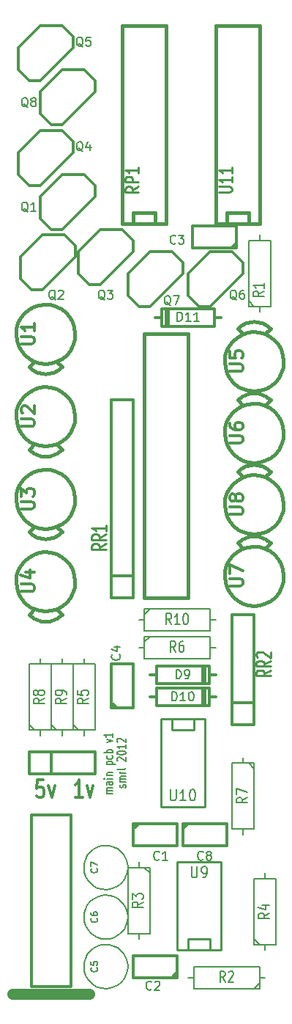
<source format=gto>
G04 (created by PCBNEW-RS274X (2012-01-19 BZR 3256)-stable) date 12/6/2012 11:00:23 PM*
G01*
G70*
G90*
%MOIN*%
G04 Gerber Fmt 3.4, Leading zero omitted, Abs format*
%FSLAX34Y34*%
G04 APERTURE LIST*
%ADD10C,0.006000*%
%ADD11C,0.007500*%
%ADD12C,0.012000*%
%ADD13C,0.050000*%
%ADD14C,0.005000*%
%ADD15C,0.015000*%
%ADD16C,0.010000*%
%ADD17C,0.008000*%
%ADD18C,0.010700*%
%ADD19C,0.011300*%
G04 APERTURE END LIST*
G54D10*
G54D11*
X24562Y-67882D02*
X24295Y-67882D01*
X24333Y-67882D02*
X24314Y-67867D01*
X24295Y-67839D01*
X24295Y-67796D01*
X24314Y-67767D01*
X24352Y-67753D01*
X24562Y-67753D01*
X24352Y-67753D02*
X24314Y-67739D01*
X24295Y-67710D01*
X24295Y-67667D01*
X24314Y-67639D01*
X24352Y-67624D01*
X24562Y-67624D01*
X24562Y-67353D02*
X24352Y-67353D01*
X24314Y-67367D01*
X24295Y-67396D01*
X24295Y-67453D01*
X24314Y-67482D01*
X24543Y-67353D02*
X24562Y-67382D01*
X24562Y-67453D01*
X24543Y-67482D01*
X24505Y-67496D01*
X24467Y-67496D01*
X24429Y-67482D01*
X24410Y-67453D01*
X24410Y-67382D01*
X24390Y-67353D01*
X24562Y-67211D02*
X24295Y-67211D01*
X24162Y-67211D02*
X24181Y-67225D01*
X24200Y-67211D01*
X24181Y-67196D01*
X24162Y-67211D01*
X24200Y-67211D01*
X24295Y-67068D02*
X24562Y-67068D01*
X24333Y-67068D02*
X24314Y-67053D01*
X24295Y-67025D01*
X24295Y-66982D01*
X24314Y-66953D01*
X24352Y-66939D01*
X24562Y-66939D01*
X24295Y-66568D02*
X24695Y-66568D01*
X24314Y-66568D02*
X24295Y-66539D01*
X24295Y-66482D01*
X24314Y-66453D01*
X24333Y-66439D01*
X24371Y-66425D01*
X24486Y-66425D01*
X24524Y-66439D01*
X24543Y-66453D01*
X24562Y-66482D01*
X24562Y-66539D01*
X24543Y-66568D01*
X24543Y-66168D02*
X24562Y-66197D01*
X24562Y-66254D01*
X24543Y-66282D01*
X24524Y-66297D01*
X24486Y-66311D01*
X24371Y-66311D01*
X24333Y-66297D01*
X24314Y-66282D01*
X24295Y-66254D01*
X24295Y-66197D01*
X24314Y-66168D01*
X24562Y-66040D02*
X24162Y-66040D01*
X24314Y-66040D02*
X24295Y-66011D01*
X24295Y-65954D01*
X24314Y-65925D01*
X24333Y-65911D01*
X24371Y-65897D01*
X24486Y-65897D01*
X24524Y-65911D01*
X24543Y-65925D01*
X24562Y-65954D01*
X24562Y-66011D01*
X24543Y-66040D01*
X24295Y-65568D02*
X24562Y-65497D01*
X24295Y-65425D01*
X24562Y-65153D02*
X24562Y-65325D01*
X24562Y-65239D02*
X24162Y-65239D01*
X24219Y-65268D01*
X24257Y-65296D01*
X24276Y-65325D01*
G54D12*
X23193Y-68074D02*
X22850Y-68074D01*
X23022Y-68074D02*
X23022Y-67274D01*
X22965Y-67388D01*
X22907Y-67464D01*
X22850Y-67502D01*
X23393Y-67540D02*
X23536Y-68074D01*
X23678Y-67540D01*
X21415Y-67274D02*
X21129Y-67274D01*
X21100Y-67655D01*
X21129Y-67617D01*
X21186Y-67579D01*
X21329Y-67579D01*
X21386Y-67617D01*
X21415Y-67655D01*
X21443Y-67731D01*
X21443Y-67921D01*
X21415Y-67998D01*
X21386Y-68036D01*
X21329Y-68074D01*
X21186Y-68074D01*
X21129Y-68036D01*
X21100Y-67998D01*
X21643Y-67540D02*
X21786Y-68074D01*
X21928Y-67540D01*
G54D13*
X20000Y-77000D02*
X23500Y-77000D01*
G54D11*
X25143Y-67622D02*
X25162Y-67593D01*
X25162Y-67536D01*
X25143Y-67508D01*
X25105Y-67493D01*
X25086Y-67493D01*
X25048Y-67508D01*
X25029Y-67536D01*
X25029Y-67579D01*
X25010Y-67608D01*
X24971Y-67622D01*
X24952Y-67622D01*
X24914Y-67608D01*
X24895Y-67579D01*
X24895Y-67536D01*
X24914Y-67508D01*
X25162Y-67365D02*
X24895Y-67365D01*
X24933Y-67365D02*
X24914Y-67350D01*
X24895Y-67322D01*
X24895Y-67279D01*
X24914Y-67250D01*
X24952Y-67236D01*
X25162Y-67236D01*
X24952Y-67236D02*
X24914Y-67222D01*
X24895Y-67193D01*
X24895Y-67150D01*
X24914Y-67122D01*
X24952Y-67107D01*
X25162Y-67107D01*
X25162Y-66965D02*
X24895Y-66965D01*
X24971Y-66965D02*
X24933Y-66950D01*
X24914Y-66936D01*
X24895Y-66907D01*
X24895Y-66879D01*
X25162Y-66736D02*
X25143Y-66764D01*
X25105Y-66779D01*
X24762Y-66779D01*
X24800Y-66407D02*
X24781Y-66393D01*
X24762Y-66364D01*
X24762Y-66293D01*
X24781Y-66264D01*
X24800Y-66250D01*
X24838Y-66235D01*
X24876Y-66235D01*
X24933Y-66250D01*
X25162Y-66421D01*
X25162Y-66235D01*
X24762Y-66049D02*
X24762Y-66021D01*
X24781Y-65992D01*
X24800Y-65978D01*
X24838Y-65964D01*
X24914Y-65949D01*
X25010Y-65949D01*
X25086Y-65964D01*
X25124Y-65978D01*
X25143Y-65992D01*
X25162Y-66021D01*
X25162Y-66049D01*
X25143Y-66078D01*
X25124Y-66092D01*
X25086Y-66107D01*
X25010Y-66121D01*
X24914Y-66121D01*
X24838Y-66107D01*
X24800Y-66092D01*
X24781Y-66078D01*
X24762Y-66049D01*
X25162Y-65663D02*
X25162Y-65835D01*
X25162Y-65749D02*
X24762Y-65749D01*
X24819Y-65778D01*
X24857Y-65806D01*
X24876Y-65835D01*
X24800Y-65549D02*
X24781Y-65535D01*
X24762Y-65506D01*
X24762Y-65435D01*
X24781Y-65406D01*
X24800Y-65392D01*
X24838Y-65377D01*
X24876Y-65377D01*
X24933Y-65392D01*
X25162Y-65563D01*
X25162Y-65377D01*
G54D12*
X24000Y-44750D02*
X25500Y-43250D01*
X25500Y-43250D02*
X25500Y-42750D01*
X25500Y-42750D02*
X25000Y-42250D01*
X25000Y-42250D02*
X24000Y-42250D01*
X24000Y-42250D02*
X23000Y-43250D01*
X23000Y-43250D02*
X23000Y-44250D01*
X23000Y-44250D02*
X23500Y-44750D01*
X23500Y-44750D02*
X24000Y-44750D01*
X21250Y-40250D02*
X22750Y-38750D01*
X22750Y-38750D02*
X22750Y-38250D01*
X22750Y-38250D02*
X22250Y-37750D01*
X22250Y-37750D02*
X21250Y-37750D01*
X21250Y-37750D02*
X20250Y-38750D01*
X20250Y-38750D02*
X20250Y-39750D01*
X20250Y-39750D02*
X20750Y-40250D01*
X20750Y-40250D02*
X21250Y-40250D01*
X21250Y-35500D02*
X22750Y-34000D01*
X22750Y-34000D02*
X22750Y-33500D01*
X22750Y-33500D02*
X22250Y-33000D01*
X22250Y-33000D02*
X21250Y-33000D01*
X21250Y-33000D02*
X20250Y-34000D01*
X20250Y-34000D02*
X20250Y-35000D01*
X20250Y-35000D02*
X20750Y-35500D01*
X20750Y-35500D02*
X21250Y-35500D01*
X29000Y-45750D02*
X30500Y-44250D01*
X30500Y-44250D02*
X30500Y-43750D01*
X30500Y-43750D02*
X30000Y-43250D01*
X30000Y-43250D02*
X29000Y-43250D01*
X29000Y-43250D02*
X28000Y-44250D01*
X28000Y-44250D02*
X28000Y-45250D01*
X28000Y-45250D02*
X28500Y-45750D01*
X28500Y-45750D02*
X29000Y-45750D01*
X26250Y-45750D02*
X27750Y-44250D01*
X27750Y-44250D02*
X27750Y-43750D01*
X27750Y-43750D02*
X27250Y-43250D01*
X27250Y-43250D02*
X26250Y-43250D01*
X26250Y-43250D02*
X25250Y-44250D01*
X25250Y-44250D02*
X25250Y-45250D01*
X25250Y-45250D02*
X25750Y-45750D01*
X25750Y-45750D02*
X26250Y-45750D01*
X22250Y-37500D02*
X23750Y-36000D01*
X23750Y-36000D02*
X23750Y-35500D01*
X23750Y-35500D02*
X23250Y-35000D01*
X23250Y-35000D02*
X22250Y-35000D01*
X22250Y-35000D02*
X21250Y-36000D01*
X21250Y-36000D02*
X21250Y-37000D01*
X21250Y-37000D02*
X21750Y-37500D01*
X21750Y-37500D02*
X22250Y-37500D01*
X21350Y-45000D02*
X22850Y-43500D01*
X22850Y-43500D02*
X22850Y-43000D01*
X22850Y-43000D02*
X22350Y-42500D01*
X22350Y-42500D02*
X21350Y-42500D01*
X21350Y-42500D02*
X20350Y-43500D01*
X20350Y-43500D02*
X20350Y-44500D01*
X20350Y-44500D02*
X20850Y-45000D01*
X20850Y-45000D02*
X21350Y-45000D01*
X22250Y-42250D02*
X23750Y-40750D01*
X23750Y-40750D02*
X23750Y-40250D01*
X23750Y-40250D02*
X23250Y-39750D01*
X23250Y-39750D02*
X22250Y-39750D01*
X22250Y-39750D02*
X21250Y-40750D01*
X21250Y-40750D02*
X21250Y-41750D01*
X21250Y-41750D02*
X21750Y-42250D01*
X21750Y-42250D02*
X22250Y-42250D01*
X24500Y-50000D02*
X25500Y-50000D01*
X25500Y-50000D02*
X25500Y-59000D01*
X25500Y-59000D02*
X24500Y-59000D01*
X24500Y-50000D02*
X24500Y-59000D01*
X24500Y-58000D02*
X25500Y-58000D01*
X31000Y-64750D02*
X30000Y-64750D01*
X30000Y-64750D02*
X30000Y-59750D01*
X30000Y-59750D02*
X31000Y-59750D01*
X31000Y-59750D02*
X31000Y-64750D01*
X31000Y-63750D02*
X30000Y-63750D01*
X20750Y-67000D02*
X20750Y-66000D01*
X20750Y-66000D02*
X23750Y-66000D01*
X23750Y-66000D02*
X23750Y-67000D01*
X23750Y-67000D02*
X20750Y-67000D01*
X21750Y-66000D02*
X21750Y-67000D01*
G54D14*
X22000Y-65000D02*
X22750Y-65000D01*
X22750Y-65000D02*
X22750Y-62000D01*
X22750Y-62000D02*
X21750Y-62000D01*
X21750Y-62000D02*
X21750Y-65000D01*
X21750Y-65000D02*
X22000Y-65000D01*
X22250Y-65250D02*
X22250Y-65000D01*
X22250Y-62000D02*
X22250Y-61750D01*
X22000Y-65000D02*
X21750Y-64750D01*
X31000Y-45750D02*
X31750Y-45750D01*
X31750Y-45750D02*
X31750Y-42750D01*
X31750Y-42750D02*
X30750Y-42750D01*
X30750Y-42750D02*
X30750Y-45750D01*
X30750Y-45750D02*
X31000Y-45750D01*
X31250Y-46000D02*
X31250Y-45750D01*
X31250Y-42750D02*
X31250Y-42500D01*
X31000Y-45750D02*
X30750Y-45500D01*
X31250Y-76500D02*
X31250Y-75750D01*
X31250Y-75750D02*
X28250Y-75750D01*
X28250Y-75750D02*
X28250Y-76750D01*
X28250Y-76750D02*
X31250Y-76750D01*
X31250Y-76750D02*
X31250Y-76500D01*
X31500Y-76250D02*
X31250Y-76250D01*
X28250Y-76250D02*
X28000Y-76250D01*
X31250Y-76500D02*
X31000Y-76750D01*
X26000Y-71250D02*
X25250Y-71250D01*
X25250Y-71250D02*
X25250Y-74250D01*
X25250Y-74250D02*
X26250Y-74250D01*
X26250Y-74250D02*
X26250Y-71250D01*
X26250Y-71250D02*
X26000Y-71250D01*
X25750Y-71000D02*
X25750Y-71250D01*
X25750Y-74250D02*
X25750Y-74500D01*
X26000Y-71250D02*
X26250Y-71500D01*
X31250Y-74750D02*
X32000Y-74750D01*
X32000Y-74750D02*
X32000Y-71750D01*
X32000Y-71750D02*
X31000Y-71750D01*
X31000Y-71750D02*
X31000Y-74750D01*
X31000Y-74750D02*
X31250Y-74750D01*
X31500Y-75000D02*
X31500Y-74750D01*
X31500Y-71750D02*
X31500Y-71500D01*
X31250Y-74750D02*
X31000Y-74500D01*
X21000Y-65000D02*
X21750Y-65000D01*
X21750Y-65000D02*
X21750Y-62000D01*
X21750Y-62000D02*
X20750Y-62000D01*
X20750Y-62000D02*
X20750Y-65000D01*
X20750Y-65000D02*
X21000Y-65000D01*
X21250Y-65250D02*
X21250Y-65000D01*
X21250Y-62000D02*
X21250Y-61750D01*
X21000Y-65000D02*
X20750Y-64750D01*
X26000Y-59750D02*
X26000Y-60500D01*
X26000Y-60500D02*
X29000Y-60500D01*
X29000Y-60500D02*
X29000Y-59500D01*
X29000Y-59500D02*
X26000Y-59500D01*
X26000Y-59500D02*
X26000Y-59750D01*
X25750Y-60000D02*
X26000Y-60000D01*
X29000Y-60000D02*
X29250Y-60000D01*
X26000Y-59750D02*
X26250Y-59500D01*
X23000Y-65000D02*
X23750Y-65000D01*
X23750Y-65000D02*
X23750Y-62000D01*
X23750Y-62000D02*
X22750Y-62000D01*
X22750Y-62000D02*
X22750Y-65000D01*
X22750Y-65000D02*
X23000Y-65000D01*
X23250Y-65250D02*
X23250Y-65000D01*
X23250Y-62000D02*
X23250Y-61750D01*
X23000Y-65000D02*
X22750Y-64750D01*
X26000Y-61000D02*
X26000Y-61750D01*
X26000Y-61750D02*
X29000Y-61750D01*
X29000Y-61750D02*
X29000Y-60750D01*
X29000Y-60750D02*
X26000Y-60750D01*
X26000Y-60750D02*
X26000Y-61000D01*
X25750Y-61250D02*
X26000Y-61250D01*
X29000Y-61250D02*
X29250Y-61250D01*
X26000Y-61000D02*
X26250Y-60750D01*
X30750Y-66500D02*
X30000Y-66500D01*
X30000Y-66500D02*
X30000Y-69500D01*
X30000Y-69500D02*
X31000Y-69500D01*
X31000Y-69500D02*
X31000Y-66500D01*
X31000Y-66500D02*
X30750Y-66500D01*
X30500Y-66250D02*
X30500Y-66500D01*
X30500Y-69500D02*
X30500Y-69750D01*
X30750Y-66500D02*
X31000Y-66750D01*
G54D12*
X22650Y-76650D02*
X20850Y-76650D01*
X20850Y-76650D02*
X20850Y-68850D01*
X20850Y-68850D02*
X22650Y-68850D01*
X22650Y-68850D02*
X22650Y-76650D01*
G54D15*
X28000Y-47000D02*
X26000Y-47000D01*
X26000Y-47000D02*
X26000Y-59000D01*
X26000Y-59000D02*
X28000Y-59000D01*
X28000Y-59000D02*
X28000Y-47000D01*
G54D16*
X28000Y-75000D02*
X28000Y-74500D01*
X28000Y-74500D02*
X29000Y-74500D01*
X29000Y-74500D02*
X29000Y-75000D01*
X27500Y-75000D02*
X27500Y-71000D01*
X27500Y-71000D02*
X29500Y-71000D01*
X29500Y-71000D02*
X29500Y-75000D01*
X29500Y-75000D02*
X27500Y-75000D01*
X28250Y-64500D02*
X28250Y-65000D01*
X28250Y-65000D02*
X27250Y-65000D01*
X27250Y-65000D02*
X27250Y-64500D01*
X28750Y-64500D02*
X28750Y-68500D01*
X28750Y-68500D02*
X26750Y-68500D01*
X26750Y-68500D02*
X26750Y-64500D01*
X26750Y-64500D02*
X28750Y-64500D01*
G54D15*
X29750Y-42000D02*
X29750Y-42000D01*
X29750Y-42000D02*
X29750Y-41500D01*
X29750Y-41500D02*
X30750Y-41500D01*
X30750Y-41500D02*
X30750Y-42000D01*
X29250Y-42000D02*
X29250Y-33000D01*
X29250Y-33000D02*
X31250Y-33000D01*
X31250Y-33000D02*
X31250Y-42000D01*
X31250Y-42000D02*
X29250Y-42000D01*
X25500Y-42000D02*
X25500Y-42000D01*
X25500Y-42000D02*
X25500Y-41500D01*
X25500Y-41500D02*
X26500Y-41500D01*
X26500Y-41500D02*
X26500Y-42000D01*
X25000Y-42000D02*
X25000Y-33000D01*
X25000Y-33000D02*
X27000Y-33000D01*
X27000Y-33000D02*
X27000Y-42000D01*
X27000Y-42000D02*
X25000Y-42000D01*
G54D12*
X26500Y-46250D02*
X26800Y-46250D01*
X26800Y-46250D02*
X26800Y-46650D01*
X26800Y-46650D02*
X29200Y-46650D01*
X29200Y-46650D02*
X29200Y-46250D01*
X29200Y-46250D02*
X29500Y-46250D01*
X29200Y-46250D02*
X29200Y-45850D01*
X29200Y-45850D02*
X26800Y-45850D01*
X26800Y-45850D02*
X26800Y-46250D01*
X27000Y-46650D02*
X27000Y-45850D01*
X27100Y-45850D02*
X27100Y-46650D01*
X29250Y-63500D02*
X28950Y-63500D01*
X28950Y-63500D02*
X28950Y-63100D01*
X28950Y-63100D02*
X26550Y-63100D01*
X26550Y-63100D02*
X26550Y-63500D01*
X26550Y-63500D02*
X26250Y-63500D01*
X26550Y-63500D02*
X26550Y-63900D01*
X26550Y-63900D02*
X28950Y-63900D01*
X28950Y-63900D02*
X28950Y-63500D01*
X28750Y-63100D02*
X28750Y-63900D01*
X28650Y-63900D02*
X28650Y-63100D01*
X29250Y-62500D02*
X28950Y-62500D01*
X28950Y-62500D02*
X28950Y-62100D01*
X28950Y-62100D02*
X26550Y-62100D01*
X26550Y-62100D02*
X26550Y-62500D01*
X26550Y-62500D02*
X26250Y-62500D01*
X26550Y-62500D02*
X26550Y-62900D01*
X26550Y-62900D02*
X28950Y-62900D01*
X28950Y-62900D02*
X28950Y-62500D01*
X28750Y-62100D02*
X28750Y-62900D01*
X28650Y-62900D02*
X28650Y-62100D01*
G54D14*
X25251Y-71250D02*
X25231Y-71444D01*
X25175Y-71631D01*
X25083Y-71803D01*
X24960Y-71955D01*
X24809Y-72079D01*
X24637Y-72172D01*
X24451Y-72230D01*
X24256Y-72250D01*
X24063Y-72233D01*
X23876Y-72178D01*
X23702Y-72087D01*
X23550Y-71965D01*
X23425Y-71815D01*
X23330Y-71644D01*
X23271Y-71458D01*
X23250Y-71263D01*
X23266Y-71070D01*
X23320Y-70882D01*
X23409Y-70708D01*
X23530Y-70555D01*
X23679Y-70429D01*
X23850Y-70333D01*
X24036Y-70273D01*
X24230Y-70250D01*
X24423Y-70265D01*
X24611Y-70317D01*
X24786Y-70405D01*
X24940Y-70526D01*
X25067Y-70673D01*
X25164Y-70843D01*
X25226Y-71029D01*
X25250Y-71223D01*
X25251Y-71250D01*
X25251Y-73500D02*
X25231Y-73694D01*
X25175Y-73881D01*
X25083Y-74053D01*
X24960Y-74205D01*
X24809Y-74329D01*
X24637Y-74422D01*
X24451Y-74480D01*
X24256Y-74500D01*
X24063Y-74483D01*
X23876Y-74428D01*
X23702Y-74337D01*
X23550Y-74215D01*
X23425Y-74065D01*
X23330Y-73894D01*
X23271Y-73708D01*
X23250Y-73513D01*
X23266Y-73320D01*
X23320Y-73132D01*
X23409Y-72958D01*
X23530Y-72805D01*
X23679Y-72679D01*
X23850Y-72583D01*
X24036Y-72523D01*
X24230Y-72500D01*
X24423Y-72515D01*
X24611Y-72567D01*
X24786Y-72655D01*
X24940Y-72776D01*
X25067Y-72923D01*
X25164Y-73093D01*
X25226Y-73279D01*
X25250Y-73473D01*
X25251Y-73500D01*
X25251Y-75750D02*
X25231Y-75944D01*
X25175Y-76131D01*
X25083Y-76303D01*
X24960Y-76455D01*
X24809Y-76579D01*
X24637Y-76672D01*
X24451Y-76730D01*
X24256Y-76750D01*
X24063Y-76733D01*
X23876Y-76678D01*
X23702Y-76587D01*
X23550Y-76465D01*
X23425Y-76315D01*
X23330Y-76144D01*
X23271Y-75958D01*
X23250Y-75763D01*
X23266Y-75570D01*
X23320Y-75382D01*
X23409Y-75208D01*
X23530Y-75055D01*
X23679Y-74929D01*
X23850Y-74833D01*
X24036Y-74773D01*
X24230Y-74750D01*
X24423Y-74765D01*
X24611Y-74817D01*
X24786Y-74905D01*
X24940Y-75026D01*
X25067Y-75173D01*
X25164Y-75343D01*
X25226Y-75529D01*
X25250Y-75723D01*
X25251Y-75750D01*
G54D12*
X27770Y-69250D02*
X29750Y-69250D01*
X29750Y-69250D02*
X29750Y-70250D01*
X29750Y-70250D02*
X27750Y-70250D01*
X27750Y-70250D02*
X27750Y-69250D01*
X27750Y-69500D02*
X28000Y-69250D01*
X24500Y-63980D02*
X24500Y-62000D01*
X24500Y-62000D02*
X25500Y-62000D01*
X25500Y-62000D02*
X25500Y-64000D01*
X25500Y-64000D02*
X24500Y-64000D01*
X24750Y-64000D02*
X24500Y-63750D01*
X30180Y-43100D02*
X28200Y-43100D01*
X28200Y-43100D02*
X28200Y-42100D01*
X28200Y-42100D02*
X30200Y-42100D01*
X30200Y-42100D02*
X30200Y-43100D01*
X30200Y-42850D02*
X29950Y-43100D01*
X27480Y-76250D02*
X25500Y-76250D01*
X25500Y-76250D02*
X25500Y-75250D01*
X25500Y-75250D02*
X27500Y-75250D01*
X27500Y-75250D02*
X27500Y-76250D01*
X27500Y-76000D02*
X27250Y-76250D01*
X25520Y-69250D02*
X27500Y-69250D01*
X27500Y-69250D02*
X27500Y-70250D01*
X27500Y-70250D02*
X25500Y-70250D01*
X25500Y-70250D02*
X25500Y-69250D01*
X25500Y-69500D02*
X25750Y-69250D01*
G54D15*
X31750Y-53250D02*
X31500Y-53500D01*
X30250Y-53250D02*
X30500Y-53500D01*
X31749Y-53251D02*
X31681Y-53188D01*
X31607Y-53132D01*
X31530Y-53083D01*
X31447Y-53040D01*
X31362Y-53004D01*
X31274Y-52977D01*
X31184Y-52957D01*
X31092Y-52945D01*
X31000Y-52940D01*
X30908Y-52945D01*
X30816Y-52957D01*
X30726Y-52977D01*
X30638Y-53004D01*
X30553Y-53040D01*
X30471Y-53083D01*
X30393Y-53132D01*
X30319Y-53188D01*
X30251Y-53251D01*
X32346Y-54750D02*
X32320Y-55011D01*
X32244Y-55262D01*
X32121Y-55494D01*
X31955Y-55698D01*
X31752Y-55865D01*
X31521Y-55990D01*
X31270Y-56068D01*
X31009Y-56095D01*
X30748Y-56072D01*
X30496Y-55997D01*
X30263Y-55876D01*
X30059Y-55711D01*
X29890Y-55510D01*
X29763Y-55280D01*
X29684Y-55029D01*
X29655Y-54768D01*
X29677Y-54508D01*
X29749Y-54255D01*
X29869Y-54021D01*
X30032Y-53815D01*
X30232Y-53645D01*
X30462Y-53517D01*
X30711Y-53436D01*
X30972Y-53405D01*
X31233Y-53425D01*
X31486Y-53496D01*
X31721Y-53614D01*
X31928Y-53776D01*
X32099Y-53975D01*
X32229Y-54203D01*
X32312Y-54452D01*
X32345Y-54713D01*
X32346Y-54750D01*
X31750Y-56500D02*
X31500Y-56750D01*
X30250Y-56500D02*
X30500Y-56750D01*
X31749Y-56501D02*
X31681Y-56438D01*
X31607Y-56382D01*
X31530Y-56333D01*
X31447Y-56290D01*
X31362Y-56254D01*
X31274Y-56227D01*
X31184Y-56207D01*
X31092Y-56195D01*
X31000Y-56190D01*
X30908Y-56195D01*
X30816Y-56207D01*
X30726Y-56227D01*
X30638Y-56254D01*
X30553Y-56290D01*
X30471Y-56333D01*
X30393Y-56382D01*
X30319Y-56438D01*
X30251Y-56501D01*
X32346Y-58000D02*
X32320Y-58261D01*
X32244Y-58512D01*
X32121Y-58744D01*
X31955Y-58948D01*
X31752Y-59115D01*
X31521Y-59240D01*
X31270Y-59318D01*
X31009Y-59345D01*
X30748Y-59322D01*
X30496Y-59247D01*
X30263Y-59126D01*
X30059Y-58961D01*
X29890Y-58760D01*
X29763Y-58530D01*
X29684Y-58279D01*
X29655Y-58018D01*
X29677Y-57758D01*
X29749Y-57505D01*
X29869Y-57271D01*
X30032Y-57065D01*
X30232Y-56895D01*
X30462Y-56767D01*
X30711Y-56686D01*
X30972Y-56655D01*
X31233Y-56675D01*
X31486Y-56746D01*
X31721Y-56864D01*
X31928Y-57026D01*
X32099Y-57225D01*
X32229Y-57453D01*
X32312Y-57702D01*
X32345Y-57963D01*
X32346Y-58000D01*
X20750Y-59750D02*
X21000Y-59500D01*
X22250Y-59750D02*
X22000Y-59500D01*
X20751Y-59749D02*
X20819Y-59812D01*
X20893Y-59868D01*
X20971Y-59917D01*
X21053Y-59960D01*
X21138Y-59996D01*
X21226Y-60023D01*
X21316Y-60043D01*
X21408Y-60055D01*
X21500Y-60060D01*
X21592Y-60055D01*
X21684Y-60043D01*
X21774Y-60023D01*
X21862Y-59996D01*
X21947Y-59960D01*
X22030Y-59917D01*
X22107Y-59868D01*
X22181Y-59812D01*
X22249Y-59749D01*
X22846Y-58250D02*
X22820Y-58511D01*
X22744Y-58762D01*
X22621Y-58994D01*
X22455Y-59198D01*
X22252Y-59365D01*
X22021Y-59490D01*
X21770Y-59568D01*
X21509Y-59595D01*
X21248Y-59572D01*
X20996Y-59497D01*
X20763Y-59376D01*
X20559Y-59211D01*
X20390Y-59010D01*
X20263Y-58780D01*
X20184Y-58529D01*
X20155Y-58268D01*
X20177Y-58008D01*
X20249Y-57755D01*
X20369Y-57521D01*
X20532Y-57315D01*
X20732Y-57145D01*
X20962Y-57017D01*
X21211Y-56936D01*
X21472Y-56905D01*
X21733Y-56925D01*
X21986Y-56996D01*
X22221Y-57114D01*
X22428Y-57276D01*
X22599Y-57475D01*
X22729Y-57703D01*
X22812Y-57952D01*
X22845Y-58213D01*
X22846Y-58250D01*
X20750Y-48500D02*
X21000Y-48250D01*
X22250Y-48500D02*
X22000Y-48250D01*
X20751Y-48499D02*
X20819Y-48562D01*
X20893Y-48618D01*
X20971Y-48667D01*
X21053Y-48710D01*
X21138Y-48746D01*
X21226Y-48773D01*
X21316Y-48793D01*
X21408Y-48805D01*
X21500Y-48810D01*
X21592Y-48805D01*
X21684Y-48793D01*
X21774Y-48773D01*
X21862Y-48746D01*
X21947Y-48710D01*
X22030Y-48667D01*
X22107Y-48618D01*
X22181Y-48562D01*
X22249Y-48499D01*
X22846Y-47000D02*
X22820Y-47261D01*
X22744Y-47512D01*
X22621Y-47744D01*
X22455Y-47948D01*
X22252Y-48115D01*
X22021Y-48240D01*
X21770Y-48318D01*
X21509Y-48345D01*
X21248Y-48322D01*
X20996Y-48247D01*
X20763Y-48126D01*
X20559Y-47961D01*
X20390Y-47760D01*
X20263Y-47530D01*
X20184Y-47279D01*
X20155Y-47018D01*
X20177Y-46758D01*
X20249Y-46505D01*
X20369Y-46271D01*
X20532Y-46065D01*
X20732Y-45895D01*
X20962Y-45767D01*
X21211Y-45686D01*
X21472Y-45655D01*
X21733Y-45675D01*
X21986Y-45746D01*
X22221Y-45864D01*
X22428Y-46026D01*
X22599Y-46225D01*
X22729Y-46453D01*
X22812Y-46702D01*
X22845Y-46963D01*
X22846Y-47000D01*
X20750Y-52250D02*
X21000Y-52000D01*
X22250Y-52250D02*
X22000Y-52000D01*
X20751Y-52249D02*
X20819Y-52312D01*
X20893Y-52368D01*
X20971Y-52417D01*
X21053Y-52460D01*
X21138Y-52496D01*
X21226Y-52523D01*
X21316Y-52543D01*
X21408Y-52555D01*
X21500Y-52560D01*
X21592Y-52555D01*
X21684Y-52543D01*
X21774Y-52523D01*
X21862Y-52496D01*
X21947Y-52460D01*
X22030Y-52417D01*
X22107Y-52368D01*
X22181Y-52312D01*
X22249Y-52249D01*
X22846Y-50750D02*
X22820Y-51011D01*
X22744Y-51262D01*
X22621Y-51494D01*
X22455Y-51698D01*
X22252Y-51865D01*
X22021Y-51990D01*
X21770Y-52068D01*
X21509Y-52095D01*
X21248Y-52072D01*
X20996Y-51997D01*
X20763Y-51876D01*
X20559Y-51711D01*
X20390Y-51510D01*
X20263Y-51280D01*
X20184Y-51029D01*
X20155Y-50768D01*
X20177Y-50508D01*
X20249Y-50255D01*
X20369Y-50021D01*
X20532Y-49815D01*
X20732Y-49645D01*
X20962Y-49517D01*
X21211Y-49436D01*
X21472Y-49405D01*
X21733Y-49425D01*
X21986Y-49496D01*
X22221Y-49614D01*
X22428Y-49776D01*
X22599Y-49975D01*
X22729Y-50203D01*
X22812Y-50452D01*
X22845Y-50713D01*
X22846Y-50750D01*
X20750Y-56000D02*
X21000Y-55750D01*
X22250Y-56000D02*
X22000Y-55750D01*
X20751Y-55999D02*
X20819Y-56062D01*
X20893Y-56118D01*
X20971Y-56167D01*
X21053Y-56210D01*
X21138Y-56246D01*
X21226Y-56273D01*
X21316Y-56293D01*
X21408Y-56305D01*
X21500Y-56310D01*
X21592Y-56305D01*
X21684Y-56293D01*
X21774Y-56273D01*
X21862Y-56246D01*
X21947Y-56210D01*
X22030Y-56167D01*
X22107Y-56118D01*
X22181Y-56062D01*
X22249Y-55999D01*
X22846Y-54500D02*
X22820Y-54761D01*
X22744Y-55012D01*
X22621Y-55244D01*
X22455Y-55448D01*
X22252Y-55615D01*
X22021Y-55740D01*
X21770Y-55818D01*
X21509Y-55845D01*
X21248Y-55822D01*
X20996Y-55747D01*
X20763Y-55626D01*
X20559Y-55461D01*
X20390Y-55260D01*
X20263Y-55030D01*
X20184Y-54779D01*
X20155Y-54518D01*
X20177Y-54258D01*
X20249Y-54005D01*
X20369Y-53771D01*
X20532Y-53565D01*
X20732Y-53395D01*
X20962Y-53267D01*
X21211Y-53186D01*
X21472Y-53155D01*
X21733Y-53175D01*
X21986Y-53246D01*
X22221Y-53364D01*
X22428Y-53526D01*
X22599Y-53725D01*
X22729Y-53953D01*
X22812Y-54202D01*
X22845Y-54463D01*
X22846Y-54500D01*
X31750Y-50000D02*
X31500Y-50250D01*
X30250Y-50000D02*
X30500Y-50250D01*
X31749Y-50001D02*
X31681Y-49938D01*
X31607Y-49882D01*
X31530Y-49833D01*
X31447Y-49790D01*
X31362Y-49754D01*
X31274Y-49727D01*
X31184Y-49707D01*
X31092Y-49695D01*
X31000Y-49690D01*
X30908Y-49695D01*
X30816Y-49707D01*
X30726Y-49727D01*
X30638Y-49754D01*
X30553Y-49790D01*
X30471Y-49833D01*
X30393Y-49882D01*
X30319Y-49938D01*
X30251Y-50001D01*
X32346Y-51500D02*
X32320Y-51761D01*
X32244Y-52012D01*
X32121Y-52244D01*
X31955Y-52448D01*
X31752Y-52615D01*
X31521Y-52740D01*
X31270Y-52818D01*
X31009Y-52845D01*
X30748Y-52822D01*
X30496Y-52747D01*
X30263Y-52626D01*
X30059Y-52461D01*
X29890Y-52260D01*
X29763Y-52030D01*
X29684Y-51779D01*
X29655Y-51518D01*
X29677Y-51258D01*
X29749Y-51005D01*
X29869Y-50771D01*
X30032Y-50565D01*
X30232Y-50395D01*
X30462Y-50267D01*
X30711Y-50186D01*
X30972Y-50155D01*
X31233Y-50175D01*
X31486Y-50246D01*
X31721Y-50364D01*
X31928Y-50526D01*
X32099Y-50725D01*
X32229Y-50953D01*
X32312Y-51202D01*
X32345Y-51463D01*
X32346Y-51500D01*
X31750Y-46750D02*
X31500Y-47000D01*
X30250Y-46750D02*
X30500Y-47000D01*
X31749Y-46751D02*
X31681Y-46688D01*
X31607Y-46632D01*
X31530Y-46583D01*
X31447Y-46540D01*
X31362Y-46504D01*
X31274Y-46477D01*
X31184Y-46457D01*
X31092Y-46445D01*
X31000Y-46440D01*
X30908Y-46445D01*
X30816Y-46457D01*
X30726Y-46477D01*
X30638Y-46504D01*
X30553Y-46540D01*
X30471Y-46583D01*
X30393Y-46632D01*
X30319Y-46688D01*
X30251Y-46751D01*
X32346Y-48250D02*
X32320Y-48511D01*
X32244Y-48762D01*
X32121Y-48994D01*
X31955Y-49198D01*
X31752Y-49365D01*
X31521Y-49490D01*
X31270Y-49568D01*
X31009Y-49595D01*
X30748Y-49572D01*
X30496Y-49497D01*
X30263Y-49376D01*
X30059Y-49211D01*
X29890Y-49010D01*
X29763Y-48780D01*
X29684Y-48529D01*
X29655Y-48268D01*
X29677Y-48008D01*
X29749Y-47755D01*
X29869Y-47521D01*
X30032Y-47315D01*
X30232Y-47145D01*
X30462Y-47017D01*
X30711Y-46936D01*
X30972Y-46905D01*
X31233Y-46925D01*
X31486Y-46996D01*
X31721Y-47114D01*
X31928Y-47276D01*
X32099Y-47475D01*
X32229Y-47703D01*
X32312Y-47952D01*
X32345Y-48213D01*
X32346Y-48250D01*
G54D17*
X24212Y-45450D02*
X24174Y-45431D01*
X24136Y-45393D01*
X24079Y-45336D01*
X24040Y-45317D01*
X24002Y-45317D01*
X24021Y-45412D02*
X23983Y-45393D01*
X23945Y-45355D01*
X23926Y-45279D01*
X23926Y-45145D01*
X23945Y-45069D01*
X23983Y-45031D01*
X24021Y-45012D01*
X24098Y-45012D01*
X24136Y-45031D01*
X24174Y-45069D01*
X24193Y-45145D01*
X24193Y-45279D01*
X24174Y-45355D01*
X24136Y-45393D01*
X24098Y-45412D01*
X24021Y-45412D01*
X24326Y-45012D02*
X24574Y-45012D01*
X24440Y-45164D01*
X24498Y-45164D01*
X24536Y-45183D01*
X24555Y-45202D01*
X24574Y-45240D01*
X24574Y-45336D01*
X24555Y-45374D01*
X24536Y-45393D01*
X24498Y-45412D01*
X24383Y-45412D01*
X24345Y-45393D01*
X24326Y-45374D01*
X23212Y-38700D02*
X23174Y-38681D01*
X23136Y-38643D01*
X23079Y-38586D01*
X23040Y-38567D01*
X23002Y-38567D01*
X23021Y-38662D02*
X22983Y-38643D01*
X22945Y-38605D01*
X22926Y-38529D01*
X22926Y-38395D01*
X22945Y-38319D01*
X22983Y-38281D01*
X23021Y-38262D01*
X23098Y-38262D01*
X23136Y-38281D01*
X23174Y-38319D01*
X23193Y-38395D01*
X23193Y-38529D01*
X23174Y-38605D01*
X23136Y-38643D01*
X23098Y-38662D01*
X23021Y-38662D01*
X23536Y-38395D02*
X23536Y-38662D01*
X23440Y-38243D02*
X23345Y-38529D01*
X23593Y-38529D01*
X23212Y-33950D02*
X23174Y-33931D01*
X23136Y-33893D01*
X23079Y-33836D01*
X23040Y-33817D01*
X23002Y-33817D01*
X23021Y-33912D02*
X22983Y-33893D01*
X22945Y-33855D01*
X22926Y-33779D01*
X22926Y-33645D01*
X22945Y-33569D01*
X22983Y-33531D01*
X23021Y-33512D01*
X23098Y-33512D01*
X23136Y-33531D01*
X23174Y-33569D01*
X23193Y-33645D01*
X23193Y-33779D01*
X23174Y-33855D01*
X23136Y-33893D01*
X23098Y-33912D01*
X23021Y-33912D01*
X23555Y-33512D02*
X23364Y-33512D01*
X23345Y-33702D01*
X23364Y-33683D01*
X23402Y-33664D01*
X23498Y-33664D01*
X23536Y-33683D01*
X23555Y-33702D01*
X23574Y-33740D01*
X23574Y-33836D01*
X23555Y-33874D01*
X23536Y-33893D01*
X23498Y-33912D01*
X23402Y-33912D01*
X23364Y-33893D01*
X23345Y-33874D01*
X30212Y-45450D02*
X30174Y-45431D01*
X30136Y-45393D01*
X30079Y-45336D01*
X30040Y-45317D01*
X30002Y-45317D01*
X30021Y-45412D02*
X29983Y-45393D01*
X29945Y-45355D01*
X29926Y-45279D01*
X29926Y-45145D01*
X29945Y-45069D01*
X29983Y-45031D01*
X30021Y-45012D01*
X30098Y-45012D01*
X30136Y-45031D01*
X30174Y-45069D01*
X30193Y-45145D01*
X30193Y-45279D01*
X30174Y-45355D01*
X30136Y-45393D01*
X30098Y-45412D01*
X30021Y-45412D01*
X30536Y-45012D02*
X30459Y-45012D01*
X30421Y-45031D01*
X30402Y-45050D01*
X30364Y-45107D01*
X30345Y-45183D01*
X30345Y-45336D01*
X30364Y-45374D01*
X30383Y-45393D01*
X30421Y-45412D01*
X30498Y-45412D01*
X30536Y-45393D01*
X30555Y-45374D01*
X30574Y-45336D01*
X30574Y-45240D01*
X30555Y-45202D01*
X30536Y-45183D01*
X30498Y-45164D01*
X30421Y-45164D01*
X30383Y-45183D01*
X30364Y-45202D01*
X30345Y-45240D01*
X27212Y-45700D02*
X27174Y-45681D01*
X27136Y-45643D01*
X27079Y-45586D01*
X27040Y-45567D01*
X27002Y-45567D01*
X27021Y-45662D02*
X26983Y-45643D01*
X26945Y-45605D01*
X26926Y-45529D01*
X26926Y-45395D01*
X26945Y-45319D01*
X26983Y-45281D01*
X27021Y-45262D01*
X27098Y-45262D01*
X27136Y-45281D01*
X27174Y-45319D01*
X27193Y-45395D01*
X27193Y-45529D01*
X27174Y-45605D01*
X27136Y-45643D01*
X27098Y-45662D01*
X27021Y-45662D01*
X27326Y-45262D02*
X27593Y-45262D01*
X27421Y-45662D01*
X20712Y-36700D02*
X20674Y-36681D01*
X20636Y-36643D01*
X20579Y-36586D01*
X20540Y-36567D01*
X20502Y-36567D01*
X20521Y-36662D02*
X20483Y-36643D01*
X20445Y-36605D01*
X20426Y-36529D01*
X20426Y-36395D01*
X20445Y-36319D01*
X20483Y-36281D01*
X20521Y-36262D01*
X20598Y-36262D01*
X20636Y-36281D01*
X20674Y-36319D01*
X20693Y-36395D01*
X20693Y-36529D01*
X20674Y-36605D01*
X20636Y-36643D01*
X20598Y-36662D01*
X20521Y-36662D01*
X20921Y-36433D02*
X20883Y-36414D01*
X20864Y-36395D01*
X20845Y-36357D01*
X20845Y-36338D01*
X20864Y-36300D01*
X20883Y-36281D01*
X20921Y-36262D01*
X20998Y-36262D01*
X21036Y-36281D01*
X21055Y-36300D01*
X21074Y-36338D01*
X21074Y-36357D01*
X21055Y-36395D01*
X21036Y-36414D01*
X20998Y-36433D01*
X20921Y-36433D01*
X20883Y-36452D01*
X20864Y-36471D01*
X20845Y-36510D01*
X20845Y-36586D01*
X20864Y-36624D01*
X20883Y-36643D01*
X20921Y-36662D01*
X20998Y-36662D01*
X21036Y-36643D01*
X21055Y-36624D01*
X21074Y-36586D01*
X21074Y-36510D01*
X21055Y-36471D01*
X21036Y-36452D01*
X20998Y-36433D01*
X21962Y-45450D02*
X21924Y-45431D01*
X21886Y-45393D01*
X21829Y-45336D01*
X21790Y-45317D01*
X21752Y-45317D01*
X21771Y-45412D02*
X21733Y-45393D01*
X21695Y-45355D01*
X21676Y-45279D01*
X21676Y-45145D01*
X21695Y-45069D01*
X21733Y-45031D01*
X21771Y-45012D01*
X21848Y-45012D01*
X21886Y-45031D01*
X21924Y-45069D01*
X21943Y-45145D01*
X21943Y-45279D01*
X21924Y-45355D01*
X21886Y-45393D01*
X21848Y-45412D01*
X21771Y-45412D01*
X22095Y-45050D02*
X22114Y-45031D01*
X22152Y-45012D01*
X22248Y-45012D01*
X22286Y-45031D01*
X22305Y-45050D01*
X22324Y-45088D01*
X22324Y-45126D01*
X22305Y-45183D01*
X22076Y-45412D01*
X22324Y-45412D01*
X20712Y-41450D02*
X20674Y-41431D01*
X20636Y-41393D01*
X20579Y-41336D01*
X20540Y-41317D01*
X20502Y-41317D01*
X20521Y-41412D02*
X20483Y-41393D01*
X20445Y-41355D01*
X20426Y-41279D01*
X20426Y-41145D01*
X20445Y-41069D01*
X20483Y-41031D01*
X20521Y-41012D01*
X20598Y-41012D01*
X20636Y-41031D01*
X20674Y-41069D01*
X20693Y-41145D01*
X20693Y-41279D01*
X20674Y-41355D01*
X20636Y-41393D01*
X20598Y-41412D01*
X20521Y-41412D01*
X21074Y-41412D02*
X20845Y-41412D01*
X20959Y-41412D02*
X20959Y-41012D01*
X20921Y-41069D01*
X20883Y-41107D01*
X20845Y-41126D01*
G54D18*
X24275Y-56536D02*
X23951Y-56678D01*
X24275Y-56780D02*
X23594Y-56780D01*
X23594Y-56617D01*
X23627Y-56576D01*
X23659Y-56556D01*
X23724Y-56536D01*
X23821Y-56536D01*
X23886Y-56556D01*
X23918Y-56576D01*
X23951Y-56617D01*
X23951Y-56780D01*
X24275Y-56108D02*
X23951Y-56250D01*
X24275Y-56352D02*
X23594Y-56352D01*
X23594Y-56189D01*
X23627Y-56148D01*
X23659Y-56128D01*
X23724Y-56108D01*
X23821Y-56108D01*
X23886Y-56128D01*
X23918Y-56148D01*
X23951Y-56189D01*
X23951Y-56352D01*
X24275Y-55700D02*
X24275Y-55944D01*
X24275Y-55822D02*
X23594Y-55822D01*
X23691Y-55863D01*
X23756Y-55904D01*
X23789Y-55944D01*
X31775Y-62286D02*
X31451Y-62428D01*
X31775Y-62530D02*
X31094Y-62530D01*
X31094Y-62367D01*
X31127Y-62326D01*
X31159Y-62306D01*
X31224Y-62286D01*
X31321Y-62286D01*
X31386Y-62306D01*
X31418Y-62326D01*
X31451Y-62367D01*
X31451Y-62530D01*
X31775Y-61858D02*
X31451Y-62000D01*
X31775Y-62102D02*
X31094Y-62102D01*
X31094Y-61939D01*
X31127Y-61898D01*
X31159Y-61878D01*
X31224Y-61858D01*
X31321Y-61858D01*
X31386Y-61878D01*
X31418Y-61898D01*
X31451Y-61939D01*
X31451Y-62102D01*
X31159Y-61694D02*
X31127Y-61674D01*
X31094Y-61633D01*
X31094Y-61531D01*
X31127Y-61491D01*
X31159Y-61470D01*
X31224Y-61450D01*
X31289Y-61450D01*
X31386Y-61470D01*
X31775Y-61715D01*
X31775Y-61450D01*
G54D10*
X22452Y-63566D02*
X22214Y-63700D01*
X22452Y-63795D02*
X21952Y-63795D01*
X21952Y-63642D01*
X21976Y-63604D01*
X22000Y-63585D01*
X22048Y-63566D01*
X22119Y-63566D01*
X22167Y-63585D01*
X22190Y-63604D01*
X22214Y-63642D01*
X22214Y-63795D01*
X22452Y-63376D02*
X22452Y-63300D01*
X22429Y-63261D01*
X22405Y-63242D01*
X22333Y-63204D01*
X22238Y-63185D01*
X22048Y-63185D01*
X22000Y-63204D01*
X21976Y-63223D01*
X21952Y-63261D01*
X21952Y-63338D01*
X21976Y-63376D01*
X22000Y-63395D01*
X22048Y-63414D01*
X22167Y-63414D01*
X22214Y-63395D01*
X22238Y-63376D01*
X22262Y-63338D01*
X22262Y-63261D01*
X22238Y-63223D01*
X22214Y-63204D01*
X22167Y-63185D01*
X31452Y-45066D02*
X31214Y-45200D01*
X31452Y-45295D02*
X30952Y-45295D01*
X30952Y-45142D01*
X30976Y-45104D01*
X31000Y-45085D01*
X31048Y-45066D01*
X31119Y-45066D01*
X31167Y-45085D01*
X31190Y-45104D01*
X31214Y-45142D01*
X31214Y-45295D01*
X31452Y-44685D02*
X31452Y-44914D01*
X31452Y-44800D02*
X30952Y-44800D01*
X31024Y-44838D01*
X31071Y-44876D01*
X31095Y-44914D01*
X29684Y-76452D02*
X29550Y-76214D01*
X29455Y-76452D02*
X29455Y-75952D01*
X29608Y-75952D01*
X29646Y-75976D01*
X29665Y-76000D01*
X29684Y-76048D01*
X29684Y-76119D01*
X29665Y-76167D01*
X29646Y-76190D01*
X29608Y-76214D01*
X29455Y-76214D01*
X29836Y-76000D02*
X29855Y-75976D01*
X29893Y-75952D01*
X29989Y-75952D01*
X30027Y-75976D01*
X30046Y-76000D01*
X30065Y-76048D01*
X30065Y-76095D01*
X30046Y-76167D01*
X29817Y-76452D01*
X30065Y-76452D01*
X25952Y-72816D02*
X25714Y-72950D01*
X25952Y-73045D02*
X25452Y-73045D01*
X25452Y-72892D01*
X25476Y-72854D01*
X25500Y-72835D01*
X25548Y-72816D01*
X25619Y-72816D01*
X25667Y-72835D01*
X25690Y-72854D01*
X25714Y-72892D01*
X25714Y-73045D01*
X25452Y-72683D02*
X25452Y-72435D01*
X25643Y-72569D01*
X25643Y-72511D01*
X25667Y-72473D01*
X25690Y-72454D01*
X25738Y-72435D01*
X25857Y-72435D01*
X25905Y-72454D01*
X25929Y-72473D01*
X25952Y-72511D01*
X25952Y-72626D01*
X25929Y-72664D01*
X25905Y-72683D01*
X31702Y-73316D02*
X31464Y-73450D01*
X31702Y-73545D02*
X31202Y-73545D01*
X31202Y-73392D01*
X31226Y-73354D01*
X31250Y-73335D01*
X31298Y-73316D01*
X31369Y-73316D01*
X31417Y-73335D01*
X31440Y-73354D01*
X31464Y-73392D01*
X31464Y-73545D01*
X31369Y-72973D02*
X31702Y-72973D01*
X31179Y-73069D02*
X31536Y-73164D01*
X31536Y-72916D01*
X21452Y-63566D02*
X21214Y-63700D01*
X21452Y-63795D02*
X20952Y-63795D01*
X20952Y-63642D01*
X20976Y-63604D01*
X21000Y-63585D01*
X21048Y-63566D01*
X21119Y-63566D01*
X21167Y-63585D01*
X21190Y-63604D01*
X21214Y-63642D01*
X21214Y-63795D01*
X21167Y-63338D02*
X21143Y-63376D01*
X21119Y-63395D01*
X21071Y-63414D01*
X21048Y-63414D01*
X21000Y-63395D01*
X20976Y-63376D01*
X20952Y-63338D01*
X20952Y-63261D01*
X20976Y-63223D01*
X21000Y-63204D01*
X21048Y-63185D01*
X21071Y-63185D01*
X21119Y-63204D01*
X21143Y-63223D01*
X21167Y-63261D01*
X21167Y-63338D01*
X21190Y-63376D01*
X21214Y-63395D01*
X21262Y-63414D01*
X21357Y-63414D01*
X21405Y-63395D01*
X21429Y-63376D01*
X21452Y-63338D01*
X21452Y-63261D01*
X21429Y-63223D01*
X21405Y-63204D01*
X21357Y-63185D01*
X21262Y-63185D01*
X21214Y-63204D01*
X21190Y-63223D01*
X21167Y-63261D01*
X27243Y-60202D02*
X27109Y-59964D01*
X27014Y-60202D02*
X27014Y-59702D01*
X27167Y-59702D01*
X27205Y-59726D01*
X27224Y-59750D01*
X27243Y-59798D01*
X27243Y-59869D01*
X27224Y-59917D01*
X27205Y-59940D01*
X27167Y-59964D01*
X27014Y-59964D01*
X27624Y-60202D02*
X27395Y-60202D01*
X27509Y-60202D02*
X27509Y-59702D01*
X27471Y-59774D01*
X27433Y-59821D01*
X27395Y-59845D01*
X27871Y-59702D02*
X27910Y-59702D01*
X27948Y-59726D01*
X27967Y-59750D01*
X27986Y-59798D01*
X28005Y-59893D01*
X28005Y-60012D01*
X27986Y-60107D01*
X27967Y-60155D01*
X27948Y-60179D01*
X27910Y-60202D01*
X27871Y-60202D01*
X27833Y-60179D01*
X27814Y-60155D01*
X27795Y-60107D01*
X27776Y-60012D01*
X27776Y-59893D01*
X27795Y-59798D01*
X27814Y-59750D01*
X27833Y-59726D01*
X27871Y-59702D01*
X23452Y-63566D02*
X23214Y-63700D01*
X23452Y-63795D02*
X22952Y-63795D01*
X22952Y-63642D01*
X22976Y-63604D01*
X23000Y-63585D01*
X23048Y-63566D01*
X23119Y-63566D01*
X23167Y-63585D01*
X23190Y-63604D01*
X23214Y-63642D01*
X23214Y-63795D01*
X22952Y-63204D02*
X22952Y-63395D01*
X23190Y-63414D01*
X23167Y-63395D01*
X23143Y-63357D01*
X23143Y-63261D01*
X23167Y-63223D01*
X23190Y-63204D01*
X23238Y-63185D01*
X23357Y-63185D01*
X23405Y-63204D01*
X23429Y-63223D01*
X23452Y-63261D01*
X23452Y-63357D01*
X23429Y-63395D01*
X23405Y-63414D01*
X27434Y-61452D02*
X27300Y-61214D01*
X27205Y-61452D02*
X27205Y-60952D01*
X27358Y-60952D01*
X27396Y-60976D01*
X27415Y-61000D01*
X27434Y-61048D01*
X27434Y-61119D01*
X27415Y-61167D01*
X27396Y-61190D01*
X27358Y-61214D01*
X27205Y-61214D01*
X27777Y-60952D02*
X27700Y-60952D01*
X27662Y-60976D01*
X27643Y-61000D01*
X27605Y-61071D01*
X27586Y-61167D01*
X27586Y-61357D01*
X27605Y-61405D01*
X27624Y-61429D01*
X27662Y-61452D01*
X27739Y-61452D01*
X27777Y-61429D01*
X27796Y-61405D01*
X27815Y-61357D01*
X27815Y-61238D01*
X27796Y-61190D01*
X27777Y-61167D01*
X27739Y-61143D01*
X27662Y-61143D01*
X27624Y-61167D01*
X27605Y-61190D01*
X27586Y-61238D01*
X30702Y-68066D02*
X30464Y-68200D01*
X30702Y-68295D02*
X30202Y-68295D01*
X30202Y-68142D01*
X30226Y-68104D01*
X30250Y-68085D01*
X30298Y-68066D01*
X30369Y-68066D01*
X30417Y-68085D01*
X30440Y-68104D01*
X30464Y-68142D01*
X30464Y-68295D01*
X30202Y-67933D02*
X30202Y-67666D01*
X30702Y-67838D01*
G54D17*
X28157Y-71202D02*
X28157Y-71607D01*
X28179Y-71655D01*
X28200Y-71679D01*
X28243Y-71702D01*
X28329Y-71702D01*
X28371Y-71679D01*
X28393Y-71655D01*
X28414Y-71607D01*
X28414Y-71202D01*
X28650Y-71702D02*
X28735Y-71702D01*
X28778Y-71679D01*
X28800Y-71655D01*
X28842Y-71583D01*
X28864Y-71488D01*
X28864Y-71298D01*
X28842Y-71250D01*
X28821Y-71226D01*
X28778Y-71202D01*
X28692Y-71202D01*
X28650Y-71226D01*
X28628Y-71250D01*
X28607Y-71298D01*
X28607Y-71417D01*
X28628Y-71464D01*
X28650Y-71488D01*
X28692Y-71512D01*
X28778Y-71512D01*
X28821Y-71488D01*
X28842Y-71464D01*
X28864Y-71417D01*
X27193Y-67702D02*
X27193Y-68107D01*
X27215Y-68155D01*
X27236Y-68179D01*
X27279Y-68202D01*
X27365Y-68202D01*
X27407Y-68179D01*
X27429Y-68155D01*
X27450Y-68107D01*
X27450Y-67702D01*
X27900Y-68202D02*
X27643Y-68202D01*
X27771Y-68202D02*
X27771Y-67702D01*
X27728Y-67774D01*
X27686Y-67821D01*
X27643Y-67845D01*
X28179Y-67702D02*
X28222Y-67702D01*
X28265Y-67726D01*
X28286Y-67750D01*
X28307Y-67798D01*
X28329Y-67893D01*
X28329Y-68012D01*
X28307Y-68107D01*
X28286Y-68155D01*
X28265Y-68179D01*
X28222Y-68202D01*
X28179Y-68202D01*
X28136Y-68179D01*
X28115Y-68155D01*
X28093Y-68107D01*
X28072Y-68012D01*
X28072Y-67893D01*
X28093Y-67798D01*
X28115Y-67750D01*
X28136Y-67726D01*
X28179Y-67702D01*
G54D19*
X29393Y-40557D02*
X29879Y-40557D01*
X29936Y-40535D01*
X29964Y-40514D01*
X29993Y-40471D01*
X29993Y-40385D01*
X29964Y-40343D01*
X29936Y-40321D01*
X29879Y-40300D01*
X29393Y-40300D01*
X29993Y-39850D02*
X29993Y-40107D01*
X29993Y-39979D02*
X29393Y-39979D01*
X29479Y-40022D01*
X29536Y-40064D01*
X29564Y-40107D01*
X29993Y-39421D02*
X29993Y-39678D01*
X29993Y-39550D02*
X29393Y-39550D01*
X29479Y-39593D01*
X29536Y-39635D01*
X29564Y-39678D01*
X25743Y-40300D02*
X25457Y-40450D01*
X25743Y-40557D02*
X25143Y-40557D01*
X25143Y-40385D01*
X25171Y-40343D01*
X25200Y-40321D01*
X25257Y-40300D01*
X25343Y-40300D01*
X25400Y-40321D01*
X25429Y-40343D01*
X25457Y-40385D01*
X25457Y-40557D01*
X25743Y-40107D02*
X25143Y-40107D01*
X25143Y-39935D01*
X25171Y-39893D01*
X25200Y-39871D01*
X25257Y-39850D01*
X25343Y-39850D01*
X25400Y-39871D01*
X25429Y-39893D01*
X25457Y-39935D01*
X25457Y-40107D01*
X25743Y-39421D02*
X25743Y-39678D01*
X25743Y-39550D02*
X25143Y-39550D01*
X25229Y-39593D01*
X25286Y-39635D01*
X25314Y-39678D01*
G54D17*
X27514Y-46412D02*
X27514Y-46012D01*
X27609Y-46012D01*
X27667Y-46031D01*
X27705Y-46069D01*
X27724Y-46107D01*
X27743Y-46183D01*
X27743Y-46240D01*
X27724Y-46317D01*
X27705Y-46355D01*
X27667Y-46393D01*
X27609Y-46412D01*
X27514Y-46412D01*
X28124Y-46412D02*
X27895Y-46412D01*
X28009Y-46412D02*
X28009Y-46012D01*
X27971Y-46069D01*
X27933Y-46107D01*
X27895Y-46126D01*
X28505Y-46412D02*
X28276Y-46412D01*
X28390Y-46412D02*
X28390Y-46012D01*
X28352Y-46069D01*
X28314Y-46107D01*
X28276Y-46126D01*
X27264Y-63662D02*
X27264Y-63262D01*
X27359Y-63262D01*
X27417Y-63281D01*
X27455Y-63319D01*
X27474Y-63357D01*
X27493Y-63433D01*
X27493Y-63490D01*
X27474Y-63567D01*
X27455Y-63605D01*
X27417Y-63643D01*
X27359Y-63662D01*
X27264Y-63662D01*
X27874Y-63662D02*
X27645Y-63662D01*
X27759Y-63662D02*
X27759Y-63262D01*
X27721Y-63319D01*
X27683Y-63357D01*
X27645Y-63376D01*
X28121Y-63262D02*
X28160Y-63262D01*
X28198Y-63281D01*
X28217Y-63300D01*
X28236Y-63338D01*
X28255Y-63414D01*
X28255Y-63510D01*
X28236Y-63586D01*
X28217Y-63624D01*
X28198Y-63643D01*
X28160Y-63662D01*
X28121Y-63662D01*
X28083Y-63643D01*
X28064Y-63624D01*
X28045Y-63586D01*
X28026Y-63510D01*
X28026Y-63414D01*
X28045Y-63338D01*
X28064Y-63300D01*
X28083Y-63281D01*
X28121Y-63262D01*
X27455Y-62662D02*
X27455Y-62262D01*
X27550Y-62262D01*
X27608Y-62281D01*
X27646Y-62319D01*
X27665Y-62357D01*
X27684Y-62433D01*
X27684Y-62490D01*
X27665Y-62567D01*
X27646Y-62605D01*
X27608Y-62643D01*
X27550Y-62662D01*
X27455Y-62662D01*
X27874Y-62662D02*
X27950Y-62662D01*
X27989Y-62643D01*
X28008Y-62624D01*
X28046Y-62567D01*
X28065Y-62490D01*
X28065Y-62338D01*
X28046Y-62300D01*
X28027Y-62281D01*
X27989Y-62262D01*
X27912Y-62262D01*
X27874Y-62281D01*
X27855Y-62300D01*
X27836Y-62338D01*
X27836Y-62433D01*
X27855Y-62471D01*
X27874Y-62490D01*
X27912Y-62510D01*
X27989Y-62510D01*
X28027Y-62490D01*
X28046Y-62471D01*
X28065Y-62433D01*
G54D14*
X23843Y-71300D02*
X23857Y-71314D01*
X23871Y-71357D01*
X23871Y-71386D01*
X23857Y-71429D01*
X23829Y-71457D01*
X23800Y-71472D01*
X23743Y-71486D01*
X23700Y-71486D01*
X23643Y-71472D01*
X23614Y-71457D01*
X23586Y-71429D01*
X23571Y-71386D01*
X23571Y-71357D01*
X23586Y-71314D01*
X23600Y-71300D01*
X23571Y-71200D02*
X23571Y-71000D01*
X23871Y-71129D01*
X23843Y-73550D02*
X23857Y-73564D01*
X23871Y-73607D01*
X23871Y-73636D01*
X23857Y-73679D01*
X23829Y-73707D01*
X23800Y-73722D01*
X23743Y-73736D01*
X23700Y-73736D01*
X23643Y-73722D01*
X23614Y-73707D01*
X23586Y-73679D01*
X23571Y-73636D01*
X23571Y-73607D01*
X23586Y-73564D01*
X23600Y-73550D01*
X23571Y-73293D02*
X23571Y-73350D01*
X23586Y-73379D01*
X23600Y-73393D01*
X23643Y-73422D01*
X23700Y-73436D01*
X23814Y-73436D01*
X23843Y-73422D01*
X23857Y-73407D01*
X23871Y-73379D01*
X23871Y-73322D01*
X23857Y-73293D01*
X23843Y-73279D01*
X23814Y-73264D01*
X23743Y-73264D01*
X23714Y-73279D01*
X23700Y-73293D01*
X23686Y-73322D01*
X23686Y-73379D01*
X23700Y-73407D01*
X23714Y-73422D01*
X23743Y-73436D01*
X23843Y-75800D02*
X23857Y-75814D01*
X23871Y-75857D01*
X23871Y-75886D01*
X23857Y-75929D01*
X23829Y-75957D01*
X23800Y-75972D01*
X23743Y-75986D01*
X23700Y-75986D01*
X23643Y-75972D01*
X23614Y-75957D01*
X23586Y-75929D01*
X23571Y-75886D01*
X23571Y-75857D01*
X23586Y-75814D01*
X23600Y-75800D01*
X23571Y-75529D02*
X23571Y-75672D01*
X23714Y-75686D01*
X23700Y-75672D01*
X23686Y-75643D01*
X23686Y-75572D01*
X23700Y-75543D01*
X23714Y-75529D01*
X23743Y-75514D01*
X23814Y-75514D01*
X23843Y-75529D01*
X23857Y-75543D01*
X23871Y-75572D01*
X23871Y-75643D01*
X23857Y-75672D01*
X23843Y-75686D01*
G54D17*
X28684Y-70874D02*
X28665Y-70893D01*
X28608Y-70912D01*
X28570Y-70912D01*
X28512Y-70893D01*
X28474Y-70855D01*
X28455Y-70817D01*
X28436Y-70740D01*
X28436Y-70683D01*
X28455Y-70607D01*
X28474Y-70569D01*
X28512Y-70531D01*
X28570Y-70512D01*
X28608Y-70512D01*
X28665Y-70531D01*
X28684Y-70550D01*
X28912Y-70683D02*
X28874Y-70664D01*
X28855Y-70645D01*
X28836Y-70607D01*
X28836Y-70588D01*
X28855Y-70550D01*
X28874Y-70531D01*
X28912Y-70512D01*
X28989Y-70512D01*
X29027Y-70531D01*
X29046Y-70550D01*
X29065Y-70588D01*
X29065Y-70607D01*
X29046Y-70645D01*
X29027Y-70664D01*
X28989Y-70683D01*
X28912Y-70683D01*
X28874Y-70702D01*
X28855Y-70721D01*
X28836Y-70760D01*
X28836Y-70836D01*
X28855Y-70874D01*
X28874Y-70893D01*
X28912Y-70912D01*
X28989Y-70912D01*
X29027Y-70893D01*
X29046Y-70874D01*
X29065Y-70836D01*
X29065Y-70760D01*
X29046Y-70721D01*
X29027Y-70702D01*
X28989Y-70683D01*
X24874Y-61566D02*
X24893Y-61585D01*
X24912Y-61642D01*
X24912Y-61680D01*
X24893Y-61738D01*
X24855Y-61776D01*
X24817Y-61795D01*
X24740Y-61814D01*
X24683Y-61814D01*
X24607Y-61795D01*
X24569Y-61776D01*
X24531Y-61738D01*
X24512Y-61680D01*
X24512Y-61642D01*
X24531Y-61585D01*
X24550Y-61566D01*
X24645Y-61223D02*
X24912Y-61223D01*
X24493Y-61319D02*
X24779Y-61414D01*
X24779Y-61166D01*
X27434Y-42874D02*
X27415Y-42893D01*
X27358Y-42912D01*
X27320Y-42912D01*
X27262Y-42893D01*
X27224Y-42855D01*
X27205Y-42817D01*
X27186Y-42740D01*
X27186Y-42683D01*
X27205Y-42607D01*
X27224Y-42569D01*
X27262Y-42531D01*
X27320Y-42512D01*
X27358Y-42512D01*
X27415Y-42531D01*
X27434Y-42550D01*
X27567Y-42512D02*
X27815Y-42512D01*
X27681Y-42664D01*
X27739Y-42664D01*
X27777Y-42683D01*
X27796Y-42702D01*
X27815Y-42740D01*
X27815Y-42836D01*
X27796Y-42874D01*
X27777Y-42893D01*
X27739Y-42912D01*
X27624Y-42912D01*
X27586Y-42893D01*
X27567Y-42874D01*
X26334Y-76774D02*
X26315Y-76793D01*
X26258Y-76812D01*
X26220Y-76812D01*
X26162Y-76793D01*
X26124Y-76755D01*
X26105Y-76717D01*
X26086Y-76640D01*
X26086Y-76583D01*
X26105Y-76507D01*
X26124Y-76469D01*
X26162Y-76431D01*
X26220Y-76412D01*
X26258Y-76412D01*
X26315Y-76431D01*
X26334Y-76450D01*
X26486Y-76450D02*
X26505Y-76431D01*
X26543Y-76412D01*
X26639Y-76412D01*
X26677Y-76431D01*
X26696Y-76450D01*
X26715Y-76488D01*
X26715Y-76526D01*
X26696Y-76583D01*
X26467Y-76812D01*
X26715Y-76812D01*
X26684Y-70874D02*
X26665Y-70893D01*
X26608Y-70912D01*
X26570Y-70912D01*
X26512Y-70893D01*
X26474Y-70855D01*
X26455Y-70817D01*
X26436Y-70740D01*
X26436Y-70683D01*
X26455Y-70607D01*
X26474Y-70569D01*
X26512Y-70531D01*
X26570Y-70512D01*
X26608Y-70512D01*
X26665Y-70531D01*
X26684Y-70550D01*
X27065Y-70912D02*
X26836Y-70912D01*
X26950Y-70912D02*
X26950Y-70512D01*
X26912Y-70569D01*
X26874Y-70607D01*
X26836Y-70626D01*
G54D12*
X29893Y-55207D02*
X30379Y-55207D01*
X30436Y-55179D01*
X30464Y-55150D01*
X30493Y-55093D01*
X30493Y-54979D01*
X30464Y-54921D01*
X30436Y-54893D01*
X30379Y-54864D01*
X29893Y-54864D01*
X30150Y-54492D02*
X30121Y-54550D01*
X30093Y-54578D01*
X30036Y-54607D01*
X30007Y-54607D01*
X29950Y-54578D01*
X29921Y-54550D01*
X29893Y-54492D01*
X29893Y-54378D01*
X29921Y-54321D01*
X29950Y-54292D01*
X30007Y-54264D01*
X30036Y-54264D01*
X30093Y-54292D01*
X30121Y-54321D01*
X30150Y-54378D01*
X30150Y-54492D01*
X30179Y-54550D01*
X30207Y-54578D01*
X30264Y-54607D01*
X30379Y-54607D01*
X30436Y-54578D01*
X30464Y-54550D01*
X30493Y-54492D01*
X30493Y-54378D01*
X30464Y-54321D01*
X30436Y-54292D01*
X30379Y-54264D01*
X30264Y-54264D01*
X30207Y-54292D01*
X30179Y-54321D01*
X30150Y-54378D01*
X29893Y-58457D02*
X30379Y-58457D01*
X30436Y-58429D01*
X30464Y-58400D01*
X30493Y-58343D01*
X30493Y-58229D01*
X30464Y-58171D01*
X30436Y-58143D01*
X30379Y-58114D01*
X29893Y-58114D01*
X29893Y-57885D02*
X29893Y-57485D01*
X30493Y-57742D01*
X20393Y-58707D02*
X20879Y-58707D01*
X20936Y-58679D01*
X20964Y-58650D01*
X20993Y-58593D01*
X20993Y-58479D01*
X20964Y-58421D01*
X20936Y-58393D01*
X20879Y-58364D01*
X20393Y-58364D01*
X20593Y-57821D02*
X20993Y-57821D01*
X20364Y-57964D02*
X20793Y-58107D01*
X20793Y-57735D01*
X20393Y-47457D02*
X20879Y-47457D01*
X20936Y-47429D01*
X20964Y-47400D01*
X20993Y-47343D01*
X20993Y-47229D01*
X20964Y-47171D01*
X20936Y-47143D01*
X20879Y-47114D01*
X20393Y-47114D01*
X20993Y-46514D02*
X20993Y-46857D01*
X20993Y-46685D02*
X20393Y-46685D01*
X20479Y-46742D01*
X20536Y-46800D01*
X20564Y-46857D01*
X20393Y-51207D02*
X20879Y-51207D01*
X20936Y-51179D01*
X20964Y-51150D01*
X20993Y-51093D01*
X20993Y-50979D01*
X20964Y-50921D01*
X20936Y-50893D01*
X20879Y-50864D01*
X20393Y-50864D01*
X20450Y-50607D02*
X20421Y-50578D01*
X20393Y-50521D01*
X20393Y-50378D01*
X20421Y-50321D01*
X20450Y-50292D01*
X20507Y-50264D01*
X20564Y-50264D01*
X20650Y-50292D01*
X20993Y-50635D01*
X20993Y-50264D01*
X20393Y-54957D02*
X20879Y-54957D01*
X20936Y-54929D01*
X20964Y-54900D01*
X20993Y-54843D01*
X20993Y-54729D01*
X20964Y-54671D01*
X20936Y-54643D01*
X20879Y-54614D01*
X20393Y-54614D01*
X20393Y-54385D02*
X20393Y-54014D01*
X20621Y-54214D01*
X20621Y-54128D01*
X20650Y-54071D01*
X20679Y-54042D01*
X20736Y-54014D01*
X20879Y-54014D01*
X20936Y-54042D01*
X20964Y-54071D01*
X20993Y-54128D01*
X20993Y-54300D01*
X20964Y-54357D01*
X20936Y-54385D01*
X29893Y-51957D02*
X30379Y-51957D01*
X30436Y-51929D01*
X30464Y-51900D01*
X30493Y-51843D01*
X30493Y-51729D01*
X30464Y-51671D01*
X30436Y-51643D01*
X30379Y-51614D01*
X29893Y-51614D01*
X29893Y-51071D02*
X29893Y-51185D01*
X29921Y-51242D01*
X29950Y-51271D01*
X30036Y-51328D01*
X30150Y-51357D01*
X30379Y-51357D01*
X30436Y-51328D01*
X30464Y-51300D01*
X30493Y-51242D01*
X30493Y-51128D01*
X30464Y-51071D01*
X30436Y-51042D01*
X30379Y-51014D01*
X30236Y-51014D01*
X30179Y-51042D01*
X30150Y-51071D01*
X30121Y-51128D01*
X30121Y-51242D01*
X30150Y-51300D01*
X30179Y-51328D01*
X30236Y-51357D01*
X29893Y-48707D02*
X30379Y-48707D01*
X30436Y-48679D01*
X30464Y-48650D01*
X30493Y-48593D01*
X30493Y-48479D01*
X30464Y-48421D01*
X30436Y-48393D01*
X30379Y-48364D01*
X29893Y-48364D01*
X29893Y-47792D02*
X29893Y-48078D01*
X30179Y-48107D01*
X30150Y-48078D01*
X30121Y-48021D01*
X30121Y-47878D01*
X30150Y-47821D01*
X30179Y-47792D01*
X30236Y-47764D01*
X30379Y-47764D01*
X30436Y-47792D01*
X30464Y-47821D01*
X30493Y-47878D01*
X30493Y-48021D01*
X30464Y-48078D01*
X30436Y-48107D01*
M02*

</source>
